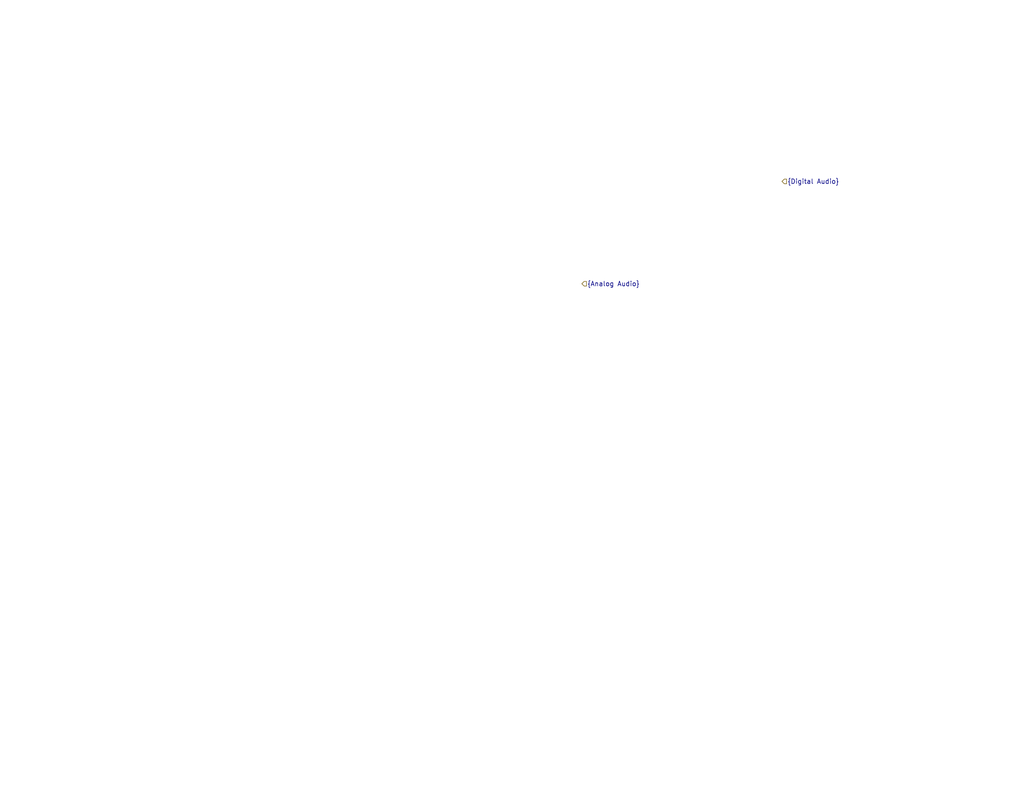
<source format=kicad_sch>
(kicad_sch (version 20230121) (generator eeschema)
  (paper "USLetter")
  (title_block (title "Sentinel 65X") (rev "0") (company "Stuidio 8502"))
  (lib_symbols)
  (hierarchical_label "{Analog Audio}" (shape input) (at 158.75 77.47 0))
  (hierarchical_label "{Digital Audio}" (shape input) (at 213.36 49.53 0))
)
</source>
